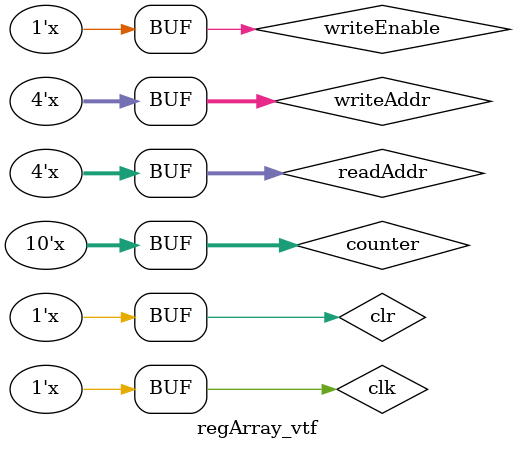
<source format=v>
`timescale 1ns / 1ps


module regArray_vtf;
	// Inputs
	reg writeEnable, clr, clk;
	reg [3:0] dataIn;
	reg [3:0] readAddr, writeAddr;

	// Outputs
	wire [3:0] dataOut;
	
	reg [9:0] counter;
	reg error;
	reg [3:0] dataOut_tc;

	// Instantiate the Unit Under Test (UUT)
	regArray uut (
		.dataOut(dataOut), 
		.writeEnable(writeEnable), 
		.clr(clr), 
		.dataIn(dataIn), 
		.readAddr(readAddr), 
		.writeAddr(writeAddr), 
		.clk(clk)
	);

	initial begin
		// Initialize Inputs
		{writeEnable, dataIn, readAddr, writeAddr, clk} = 0;
		{counter, error, dataOut_tc} = 0;		
		// Wait 100 ns for global reset to finish
		#100;
	end
	
	always begin
		#5 clk = ~clk;
	end
	
	always begin
		#10 counter = counter+1;
		clr <= ~counter[9]; //Begin clr as 1 in order to avoid prewritten data above
		writeEnable<= ~counter[8]; //begin with write enabled
		writeAddr <= counter[3:0];
		readAddr <= counter[7:4];
		//dataIn <= counter[3:0];
		if(~counter[8]) begin // will write the memory addr into corresponding memory when write is enabled
			dataIn <= counter[3:0];
		end
		else //Test that write is not successful when write is not enabled
			dataIn <= 1;
	end

	always @(negedge clk) begin
		case(clr)
			1'b0: #1 dataOut_tc = 0;
			1'b1: #1 dataOut_tc = readAddr; //If data successfully ran
		endcase		
		
		#1 if(dataOut_tc == dataOut) error=0;
		else error = 1;
	end
endmodule


</source>
